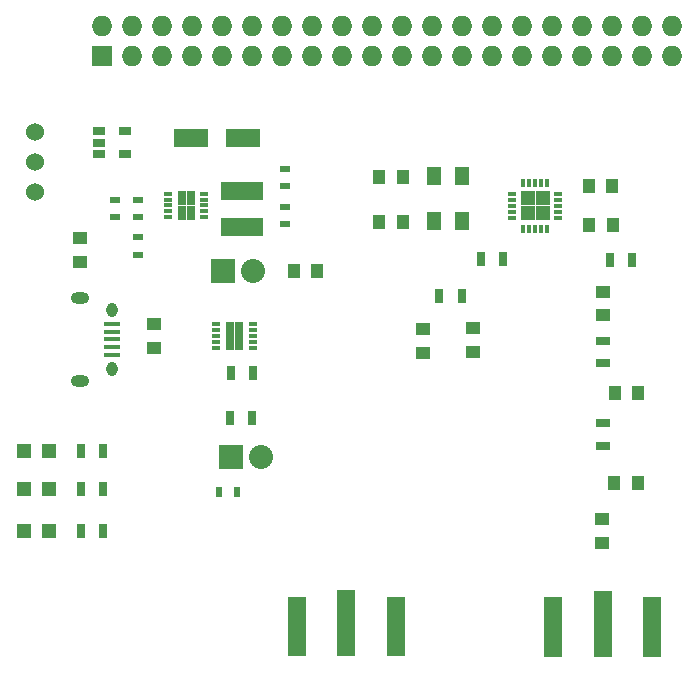
<source format=gts>
G04 #@! TF.FileFunction,Soldermask,Top*
%FSLAX46Y46*%
G04 Gerber Fmt 4.6, Leading zero omitted, Abs format (unit mm)*
G04 Created by KiCad (PCBNEW 4.0.4-stable) date 04/26/17 16:15:40*
%MOMM*%
%LPD*%
G01*
G04 APERTURE LIST*
%ADD10C,0.100000*%
%ADD11R,0.650000X0.300000*%
%ADD12R,0.775000X1.240000*%
%ADD13R,1.727200X1.727200*%
%ADD14O,1.727200X1.727200*%
%ADD15R,1.250000X1.000000*%
%ADD16R,1.000000X1.250000*%
%ADD17R,2.999740X1.600200*%
%ADD18R,1.198880X1.198880*%
%ADD19R,1.300000X0.700000*%
%ADD20R,0.700000X1.300000*%
%ADD21R,3.600000X1.500000*%
%ADD22R,1.350000X0.400000*%
%ADD23O,0.950000X1.250000*%
%ADD24O,1.550000X1.000000*%
%ADD25R,2.032000X2.032000*%
%ADD26O,2.032000X2.032000*%
%ADD27R,0.500000X0.900000*%
%ADD28R,0.900000X0.500000*%
%ADD29C,1.524000*%
%ADD30R,1.600000X2.500000*%
%ADD31R,1.500000X5.600000*%
%ADD32R,0.300000X0.730000*%
%ADD33R,0.730000X0.300000*%
%ADD34R,1.250000X1.250000*%
%ADD35R,1.060000X0.650000*%
%ADD36R,1.300000X1.600000*%
G04 APERTURE END LIST*
D10*
D11*
X88650000Y-109950000D03*
X88650000Y-110450000D03*
X88650000Y-110950000D03*
X88650000Y-111450000D03*
X88650000Y-111950000D03*
X91750000Y-111950000D03*
X91750000Y-111450000D03*
X91750000Y-110950000D03*
X91750000Y-110450000D03*
X91750000Y-109950000D03*
D12*
X90587500Y-111570000D03*
X90587500Y-110330000D03*
X89812500Y-111570000D03*
X89812500Y-110330000D03*
D13*
X83110000Y-98290000D03*
D14*
X83110000Y-95750000D03*
X85650000Y-98290000D03*
X85650000Y-95750000D03*
X88190000Y-98290000D03*
X88190000Y-95750000D03*
X90730000Y-98290000D03*
X90730000Y-95750000D03*
X93270000Y-98290000D03*
X93270000Y-95750000D03*
X95810000Y-98290000D03*
X95810000Y-95750000D03*
X98350000Y-98290000D03*
X98350000Y-95750000D03*
X100890000Y-98290000D03*
X100890000Y-95750000D03*
X103430000Y-98290000D03*
X103430000Y-95750000D03*
X105970000Y-98290000D03*
X105970000Y-95750000D03*
X108510000Y-98290000D03*
X108510000Y-95750000D03*
X111050000Y-98290000D03*
X111050000Y-95750000D03*
X113590000Y-98290000D03*
X113590000Y-95750000D03*
X116130000Y-98290000D03*
X116130000Y-95750000D03*
X118670000Y-98290000D03*
X118670000Y-95750000D03*
X121210000Y-98290000D03*
X121210000Y-95750000D03*
X123750000Y-98290000D03*
X123750000Y-95750000D03*
X126290000Y-98290000D03*
X126290000Y-95750000D03*
X128830000Y-98290000D03*
X128830000Y-95750000D03*
X131370000Y-98290000D03*
X131370000Y-95750000D03*
D15*
X87500000Y-121000000D03*
X87500000Y-123000000D03*
D16*
X99310000Y-116480000D03*
X101310000Y-116480000D03*
D15*
X125450000Y-137500000D03*
X125450000Y-139500000D03*
D16*
X126430000Y-134410000D03*
X128430000Y-134410000D03*
X126490000Y-126820000D03*
X128490000Y-126820000D03*
D15*
X114500000Y-121320000D03*
X114500000Y-123320000D03*
X110220000Y-123410000D03*
X110220000Y-121410000D03*
X81200000Y-113700000D03*
X81200000Y-115700000D03*
X125480000Y-118250000D03*
X125480000Y-120250000D03*
D17*
X90650360Y-105250000D03*
X95049640Y-105250000D03*
D16*
X126290000Y-109330000D03*
X124290000Y-109330000D03*
X126300000Y-112590000D03*
X124300000Y-112590000D03*
D18*
X76450980Y-135000000D03*
X78549020Y-135000000D03*
X76450980Y-131750000D03*
X78549020Y-131750000D03*
X76450980Y-138500000D03*
X78549020Y-138500000D03*
D19*
X125475000Y-129400000D03*
X125475000Y-131300000D03*
X125460000Y-122420000D03*
X125460000Y-124320000D03*
D20*
X113520000Y-118660000D03*
X111620000Y-118660000D03*
X127970000Y-115590000D03*
X126070000Y-115590000D03*
D21*
X94950000Y-109725000D03*
X94950000Y-112775000D03*
D22*
X83902540Y-120999100D03*
X83902540Y-121649100D03*
X83902540Y-122299100D03*
X83902540Y-122949100D03*
X83902540Y-123599100D03*
D23*
X83902540Y-119799100D03*
X83902540Y-124799100D03*
D24*
X81202540Y-118799100D03*
X81202540Y-125799100D03*
D25*
X93310000Y-116510000D03*
D26*
X95850000Y-116510000D03*
D20*
X81300000Y-135000000D03*
X83200000Y-135000000D03*
X81300000Y-131750000D03*
X83200000Y-131750000D03*
X95860000Y-125120000D03*
X93960000Y-125120000D03*
X81300000Y-138500000D03*
X83200000Y-138500000D03*
X93880000Y-128920000D03*
X95780000Y-128920000D03*
D27*
X94500000Y-135250000D03*
X93000000Y-135250000D03*
D28*
X86150000Y-110450000D03*
X86150000Y-111950000D03*
X86150000Y-113650000D03*
X86150000Y-115150000D03*
X84150000Y-111950000D03*
X84150000Y-110450000D03*
X98550000Y-112550000D03*
X98550000Y-111050000D03*
X98550000Y-109325000D03*
X98550000Y-107825000D03*
D29*
X77400000Y-107240000D03*
X77400000Y-104700000D03*
X77400000Y-109780000D03*
D11*
X92760000Y-121000000D03*
X92760000Y-121500000D03*
X92760000Y-122000000D03*
X92760000Y-122500000D03*
X92760000Y-123000000D03*
X95860000Y-123000000D03*
X95860000Y-122500000D03*
X95860000Y-122000000D03*
X95860000Y-121500000D03*
X95860000Y-121000000D03*
D12*
X94697500Y-122620000D03*
X94697500Y-121380000D03*
X93922500Y-122620000D03*
X93922500Y-121380000D03*
D30*
X107950000Y-145340000D03*
X107950000Y-147840000D03*
X99550000Y-145340000D03*
X99550000Y-147840000D03*
D31*
X103750000Y-146340000D03*
D30*
X129660000Y-145380000D03*
X129660000Y-147880000D03*
X121260000Y-145380000D03*
X121260000Y-147880000D03*
D31*
X125460000Y-146380000D03*
D32*
X118750000Y-112945000D03*
X119250000Y-112945000D03*
X119750000Y-112945000D03*
X120250000Y-112945000D03*
X120750000Y-112945000D03*
D33*
X121715000Y-111980000D03*
X121715000Y-111480000D03*
X121715000Y-110980000D03*
X121715000Y-110480000D03*
X121715000Y-109980000D03*
D32*
X120750000Y-109015000D03*
X120250000Y-109015000D03*
X119750000Y-109015000D03*
X119250000Y-109015000D03*
X118750000Y-109015000D03*
D33*
X117785000Y-109980000D03*
X117785000Y-110480000D03*
X117785000Y-110980000D03*
X117785000Y-111480000D03*
X117785000Y-111980000D03*
D34*
X120375000Y-110355000D03*
X119125000Y-110355000D03*
X120375000Y-111605000D03*
X119125000Y-111605000D03*
D35*
X82860000Y-104690000D03*
X82860000Y-105640000D03*
X82860000Y-106590000D03*
X85060000Y-106590000D03*
X85060000Y-104690000D03*
D25*
X93970000Y-132280000D03*
D26*
X96510000Y-132280000D03*
D16*
X106560000Y-112360000D03*
X108560000Y-112360000D03*
X106560000Y-108550000D03*
X108560000Y-108550000D03*
D20*
X115130000Y-115470000D03*
X117030000Y-115470000D03*
D36*
X111220000Y-108500000D03*
X111220000Y-112300000D03*
X113520000Y-112300000D03*
X113520000Y-108500000D03*
M02*

</source>
